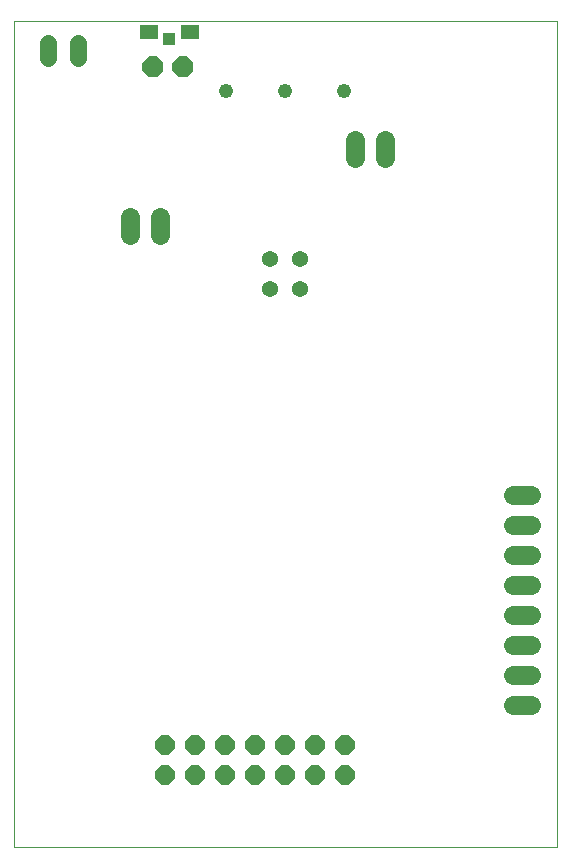
<source format=gbs>
G75*
%MOIN*%
%OFA0B0*%
%FSLAX25Y25*%
%IPPOS*%
%LPD*%
%AMOC8*
5,1,8,0,0,1.08239X$1,22.5*
%
%ADD10C,0.00000*%
%ADD11OC8,0.07000*%
%ADD12C,0.05400*%
%ADD13OC8,0.06400*%
%ADD14C,0.06400*%
%ADD15C,0.05600*%
%ADD16C,0.04800*%
%ADD17R,0.06306X0.04731*%
%ADD18R,0.03943X0.03943*%
D10*
X0002194Y0001500D02*
X0002194Y0277091D01*
X0183296Y0277091D01*
X0183296Y0001500D01*
X0002194Y0001500D01*
D11*
X0048644Y0261475D03*
X0058644Y0261475D03*
D12*
X0087682Y0197500D03*
X0087682Y0187500D03*
X0097682Y0187500D03*
X0097682Y0197500D03*
D13*
X0102594Y0035500D03*
X0102594Y0025500D03*
X0112594Y0025500D03*
X0112594Y0035500D03*
X0092594Y0035500D03*
X0092594Y0025500D03*
X0082594Y0025500D03*
X0082594Y0035500D03*
X0072594Y0035500D03*
X0072594Y0025500D03*
X0062594Y0025500D03*
X0062594Y0035500D03*
X0052594Y0035500D03*
X0052594Y0025500D03*
D14*
X0168505Y0049000D02*
X0174505Y0049000D01*
X0174505Y0059000D02*
X0168505Y0059000D01*
X0168505Y0069000D02*
X0174505Y0069000D01*
X0174505Y0079000D02*
X0168505Y0079000D01*
X0168505Y0089000D02*
X0174505Y0089000D01*
X0174505Y0099000D02*
X0168505Y0099000D01*
X0168505Y0109000D02*
X0174505Y0109000D01*
X0174505Y0119000D02*
X0168505Y0119000D01*
X0125873Y0231300D02*
X0125873Y0237300D01*
X0115873Y0237300D02*
X0115873Y0231300D01*
X0051115Y0211700D02*
X0051115Y0205700D01*
X0041115Y0205700D02*
X0041115Y0211700D01*
D15*
X0023522Y0264500D02*
X0023522Y0269700D01*
X0013522Y0269700D02*
X0013522Y0264500D01*
D16*
X0072909Y0253550D03*
X0092594Y0253550D03*
X0112279Y0253550D03*
D17*
X0060959Y0273375D03*
X0047179Y0273375D03*
D18*
X0054069Y0270816D03*
M02*

</source>
